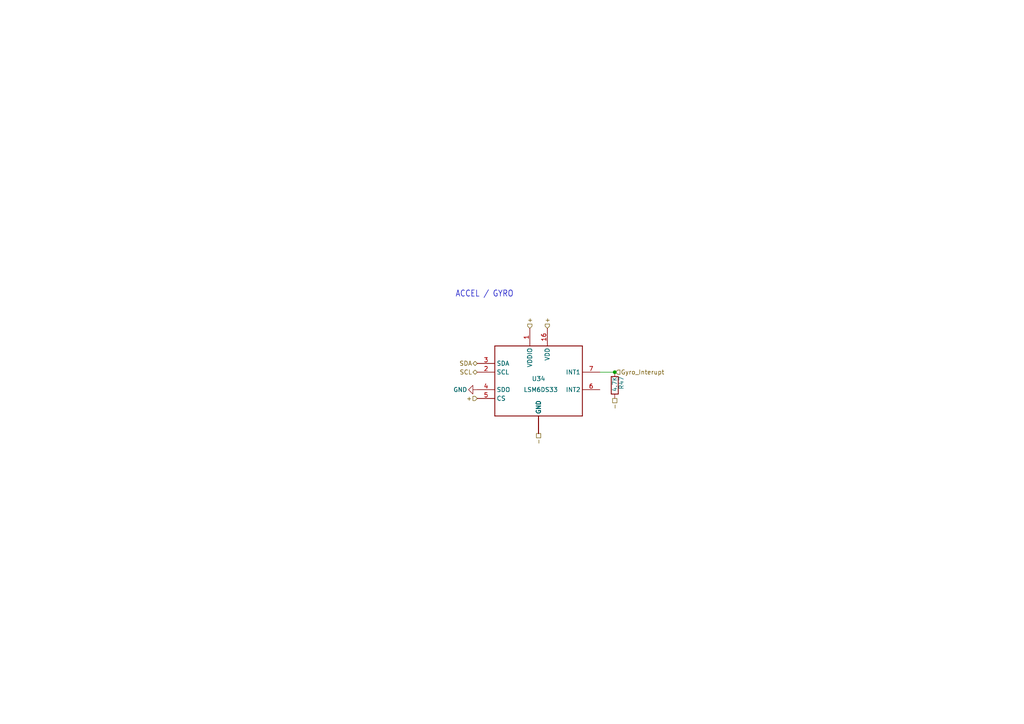
<source format=kicad_sch>
(kicad_sch (version 20230121) (generator eeschema)
  (paper "A4")
  (lib_symbols
    (symbol "Device:R" (pin_numbers hide) (pin_names (offset 0))
      (property "Reference" "R" (at 2.032 0 90))
      (property "Value" "R" (at 0 0 90))
      (symbol "R_0_1"
        (rectangle (start -1.016 -2.54) (end 1.016 2.54) (stroke (width 0.254)))
      )
      (symbol "R_1_1"
        (pin passive line (at 0 3.81 270) (length 1.27) (name "~") (number "1"))
        (pin passive line (at 0 -3.81 90) (length 1.27) (name "~") (number "2"))
      )
    )
    (symbol "Library:LSM6DS33"
      (property "Reference" "U" (at 5.715 0 0))
      (property "Value" "LSM6DS33" (at -1.905 0 0))
      (symbol "LSM6DS33_1_0"
        (polyline (pts (xy -12.7 -10.16) (xy -12.7 10.16)) (stroke (width 0.254)))
        (polyline (pts (xy -12.7 10.16) (xy 12.7 10.16)) (stroke (width 0.254)))
        (polyline (pts (xy 12.7 -10.16) (xy -12.7 -10.16)) (stroke (width 0.254)))
        (polyline (pts (xy 12.7 10.16) (xy 12.7 -10.16)) (stroke (width 0.254)))
        (pin power_in line (at -2.54 15.24 270) (length 5.08) (name "VDDIO") (number "1"))
        (pin power_in line (at 0 -15.24 90) (length 5.08) (name "GND") (number "10"))
        (pin power_in line (at 0 -15.24 90) (length 5.08) (name "GND") (number "11"))
        (pin power_in line (at 0 -15.24 90) (length 5.08) (name "GND") (number "12"))
        (pin power_in line (at 0 -15.24 90) (length 5.08) (name "GND") (number "13"))
        (pin power_in line (at 0 -15.24 90) (length 5.08) (name "GND") (number "15"))
        (pin power_in line (at 2.54 15.24 270) (length 5.08) (name "VDD") (number "16"))
        (pin bidirectional line (at -17.78 2.54 0) (length 5.08) (name "SCL") (number "2"))
        (pin bidirectional line (at -17.78 5.08 0) (length 5.08) (name "SDA") (number "3"))
        (pin bidirectional line (at -17.78 -2.54 0) (length 5.08) (name "SDO") (number "4"))
        (pin input line (at -17.78 -5.08 0) (length 5.08) (name "CS") (number "5"))
        (pin output line (at 17.78 -2.54 180) (length 5.08) (name "INT2") (number "6"))
        (pin output line (at 17.78 2.54 180) (length 5.08) (name "INT1") (number "7"))
        (pin power_in line (at 0 -15.24 90) (length 5.08) (name "GND") (number "8"))
        (pin power_in line (at 0 -15.24 90) (length 5.08) (name "GND") (number "9"))
      )
    )
    (symbol "power:GND" (power) (pin_names (offset 0))
      (property "Value" "GND" (at 0 -3.81 0))
      (symbol "GND_0_1"
        (polyline (pts (xy 0 0) (xy 0 -1.27) (xy 1.27 -1.27) (xy 0 -2.54) (xy -1.27 -1.27) (xy 0 -1.27)))
      )
      (symbol "GND_1_1"
        (pin power_in line (at 0 0 270) (length 0) hide (name "GND") (number "1"))
      )
    )
  )
  (junction (at 178.308 107.95))
  (wire (pts (xy 178.308 107.95) (xy 178.562 107.95)))
  (wire (pts (xy 173.99 107.95) (xy 178.308 107.95)))
  (text "ACCEL / GYRO" (at 132.08 86.36 0) (effects (font (size 1.778 1.5113)) (justify left bottom)))
  (hierarchical_label "-" (shape passive) (at 178.308 115.57 270))
  (hierarchical_label "SCL" (shape bidirectional) (at 138.43 107.95 180))
  (hierarchical_label "+" (shape input) (at 138.43 115.57 180))
  (hierarchical_label "SDA" (shape bidirectional) (at 138.43 105.41 180))
  (hierarchical_label "-" (shape passive) (at 156.21 125.73 270))
  (hierarchical_label "Gyro_Interupt" (shape input) (at 178.562 107.95 0))
  (hierarchical_label "+" (shape input) (at 153.67 95.25 90))
  (hierarchical_label "+" (shape input) (at 158.75 95.25 90))
  (symbol (lib_id "power:GND") (at 138.43 113.03 270) (unit 1)
    (property "Reference" "#PWR065" (effects hide))
    (property "Value" "GND" (at 131.445 113.03 90) (effects (justify left)))
  )
  (symbol (lib_id "Device:R") (at 178.308 111.76 0) (unit 1)
    (property "Reference" "R47" (at 180.213 113.03 90) (effects (justify left)))
    (property "Value" "4.7K" (at 178.308 113.665 90) (effects (justify left)))
    (property "Footprint" "Resistor_SMD:R_0402_1005Metric" (effects hide))
  )
  (symbol (lib_id "Library:LSM6DS33") (at 156.21 110.49 0) (unit 1)
    (property "Reference" "U34" (at 156.21 109.855 0))
    (property "Value" "LSM6DS33" (at 156.845 113.03 0))
    (property "Footprint" "Package_LGA:LGA-16_3x3mm_P0.5mm_LayoutBorder3x5y" (effects hide))
  )
)
</source>
